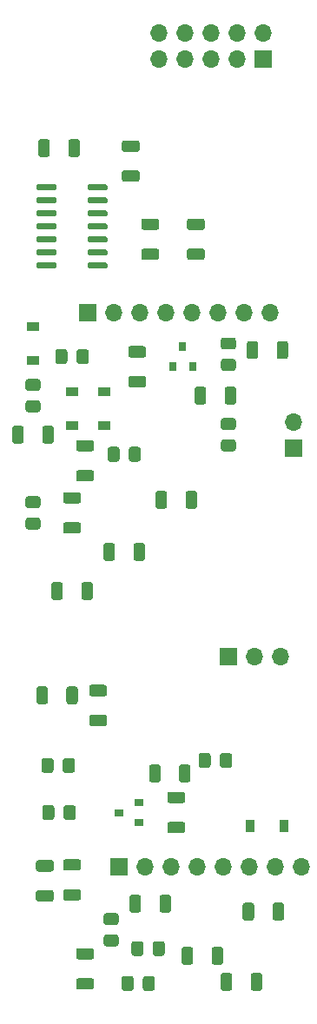
<source format=gbr>
%TF.GenerationSoftware,KiCad,Pcbnew,(5.1.9-0-10_14)*%
%TF.CreationDate,2021-04-20T22:51:25+02:00*%
%TF.ProjectId,tribus,74726962-7573-42e6-9b69-6361645f7063,rev?*%
%TF.SameCoordinates,Original*%
%TF.FileFunction,Soldermask,Top*%
%TF.FilePolarity,Negative*%
%FSLAX46Y46*%
G04 Gerber Fmt 4.6, Leading zero omitted, Abs format (unit mm)*
G04 Created by KiCad (PCBNEW (5.1.9-0-10_14)) date 2021-04-20 22:51:25*
%MOMM*%
%LPD*%
G01*
G04 APERTURE LIST*
%ADD10O,1.700000X1.700000*%
%ADD11R,1.700000X1.700000*%
%ADD12R,1.200000X0.900000*%
%ADD13R,0.900000X1.200000*%
%ADD14R,0.800000X0.900000*%
%ADD15R,0.900000X0.800000*%
G04 APERTURE END LIST*
D10*
%TO.C,J7*%
X28690000Y-84000000D03*
X26150000Y-84000000D03*
X23610000Y-84000000D03*
X21070000Y-84000000D03*
X18530000Y-84000000D03*
X15990000Y-84000000D03*
X13450000Y-84000000D03*
D11*
X10910000Y-84000000D03*
%TD*%
D10*
%TO.C,J4*%
X25690000Y-30000000D03*
X23150000Y-30000000D03*
X20610000Y-30000000D03*
X18070000Y-30000000D03*
X15530000Y-30000000D03*
X12990000Y-30000000D03*
X10450000Y-30000000D03*
D11*
X7910000Y-30000000D03*
%TD*%
%TO.C,C13*%
G36*
G01*
X3015000Y-39725000D02*
X2065000Y-39725000D01*
G75*
G02*
X1815000Y-39475000I0J250000D01*
G01*
X1815000Y-38800000D01*
G75*
G02*
X2065000Y-38550000I250000J0D01*
G01*
X3015000Y-38550000D01*
G75*
G02*
X3265000Y-38800000I0J-250000D01*
G01*
X3265000Y-39475000D01*
G75*
G02*
X3015000Y-39725000I-250000J0D01*
G01*
G37*
G36*
G01*
X3015000Y-37650000D02*
X2065000Y-37650000D01*
G75*
G02*
X1815000Y-37400000I0J250000D01*
G01*
X1815000Y-36725000D01*
G75*
G02*
X2065000Y-36475000I250000J0D01*
G01*
X3015000Y-36475000D01*
G75*
G02*
X3265000Y-36725000I0J-250000D01*
G01*
X3265000Y-37400000D01*
G75*
G02*
X3015000Y-37650000I-250000J0D01*
G01*
G37*
%TD*%
%TO.C,C17*%
G36*
G01*
X6800000Y-34765000D02*
X6800000Y-33815000D01*
G75*
G02*
X7050000Y-33565000I250000J0D01*
G01*
X7725000Y-33565000D01*
G75*
G02*
X7975000Y-33815000I0J-250000D01*
G01*
X7975000Y-34765000D01*
G75*
G02*
X7725000Y-35015000I-250000J0D01*
G01*
X7050000Y-35015000D01*
G75*
G02*
X6800000Y-34765000I0J250000D01*
G01*
G37*
G36*
G01*
X4725000Y-34765000D02*
X4725000Y-33815000D01*
G75*
G02*
X4975000Y-33565000I250000J0D01*
G01*
X5650000Y-33565000D01*
G75*
G02*
X5900000Y-33815000I0J-250000D01*
G01*
X5900000Y-34765000D01*
G75*
G02*
X5650000Y-35015000I-250000J0D01*
G01*
X4975000Y-35015000D01*
G75*
G02*
X4725000Y-34765000I0J250000D01*
G01*
G37*
%TD*%
%TO.C,C18*%
G36*
G01*
X13055000Y-43340000D02*
X13055000Y-44290000D01*
G75*
G02*
X12805000Y-44540000I-250000J0D01*
G01*
X12130000Y-44540000D01*
G75*
G02*
X11880000Y-44290000I0J250000D01*
G01*
X11880000Y-43340000D01*
G75*
G02*
X12130000Y-43090000I250000J0D01*
G01*
X12805000Y-43090000D01*
G75*
G02*
X13055000Y-43340000I0J-250000D01*
G01*
G37*
G36*
G01*
X10980000Y-43340000D02*
X10980000Y-44290000D01*
G75*
G02*
X10730000Y-44540000I-250000J0D01*
G01*
X10055000Y-44540000D01*
G75*
G02*
X9805000Y-44290000I0J250000D01*
G01*
X9805000Y-43340000D01*
G75*
G02*
X10055000Y-43090000I250000J0D01*
G01*
X10730000Y-43090000D01*
G75*
G02*
X10980000Y-43340000I0J-250000D01*
G01*
G37*
%TD*%
%TO.C,C19*%
G36*
G01*
X22065000Y-35682500D02*
X21115000Y-35682500D01*
G75*
G02*
X20865000Y-35432500I0J250000D01*
G01*
X20865000Y-34757500D01*
G75*
G02*
X21115000Y-34507500I250000J0D01*
G01*
X22065000Y-34507500D01*
G75*
G02*
X22315000Y-34757500I0J-250000D01*
G01*
X22315000Y-35432500D01*
G75*
G02*
X22065000Y-35682500I-250000J0D01*
G01*
G37*
G36*
G01*
X22065000Y-33607500D02*
X21115000Y-33607500D01*
G75*
G02*
X20865000Y-33357500I0J250000D01*
G01*
X20865000Y-32682500D01*
G75*
G02*
X21115000Y-32432500I250000J0D01*
G01*
X22065000Y-32432500D01*
G75*
G02*
X22315000Y-32682500I0J-250000D01*
G01*
X22315000Y-33357500D01*
G75*
G02*
X22065000Y-33607500I-250000J0D01*
G01*
G37*
%TD*%
%TO.C,C20*%
G36*
G01*
X22065000Y-41460000D02*
X21115000Y-41460000D01*
G75*
G02*
X20865000Y-41210000I0J250000D01*
G01*
X20865000Y-40535000D01*
G75*
G02*
X21115000Y-40285000I250000J0D01*
G01*
X22065000Y-40285000D01*
G75*
G02*
X22315000Y-40535000I0J-250000D01*
G01*
X22315000Y-41210000D01*
G75*
G02*
X22065000Y-41460000I-250000J0D01*
G01*
G37*
G36*
G01*
X22065000Y-43535000D02*
X21115000Y-43535000D01*
G75*
G02*
X20865000Y-43285000I0J250000D01*
G01*
X20865000Y-42610000D01*
G75*
G02*
X21115000Y-42360000I250000J0D01*
G01*
X22065000Y-42360000D01*
G75*
G02*
X22315000Y-42610000I0J-250000D01*
G01*
X22315000Y-43285000D01*
G75*
G02*
X22065000Y-43535000I-250000J0D01*
G01*
G37*
%TD*%
%TO.C,C22*%
G36*
G01*
X2065000Y-47905000D02*
X3015000Y-47905000D01*
G75*
G02*
X3265000Y-48155000I0J-250000D01*
G01*
X3265000Y-48830000D01*
G75*
G02*
X3015000Y-49080000I-250000J0D01*
G01*
X2065000Y-49080000D01*
G75*
G02*
X1815000Y-48830000I0J250000D01*
G01*
X1815000Y-48155000D01*
G75*
G02*
X2065000Y-47905000I250000J0D01*
G01*
G37*
G36*
G01*
X2065000Y-49980000D02*
X3015000Y-49980000D01*
G75*
G02*
X3265000Y-50230000I0J-250000D01*
G01*
X3265000Y-50905000D01*
G75*
G02*
X3015000Y-51155000I-250000J0D01*
G01*
X2065000Y-51155000D01*
G75*
G02*
X1815000Y-50905000I0J250000D01*
G01*
X1815000Y-50230000D01*
G75*
G02*
X2065000Y-49980000I250000J0D01*
G01*
G37*
%TD*%
%TO.C,C23*%
G36*
G01*
X20770000Y-74135000D02*
X20770000Y-73185000D01*
G75*
G02*
X21020000Y-72935000I250000J0D01*
G01*
X21695000Y-72935000D01*
G75*
G02*
X21945000Y-73185000I0J-250000D01*
G01*
X21945000Y-74135000D01*
G75*
G02*
X21695000Y-74385000I-250000J0D01*
G01*
X21020000Y-74385000D01*
G75*
G02*
X20770000Y-74135000I0J250000D01*
G01*
G37*
G36*
G01*
X18695000Y-74135000D02*
X18695000Y-73185000D01*
G75*
G02*
X18945000Y-72935000I250000J0D01*
G01*
X19620000Y-72935000D01*
G75*
G02*
X19870000Y-73185000I0J-250000D01*
G01*
X19870000Y-74135000D01*
G75*
G02*
X19620000Y-74385000I-250000J0D01*
G01*
X18945000Y-74385000D01*
G75*
G02*
X18695000Y-74135000I0J250000D01*
G01*
G37*
%TD*%
%TO.C,C25*%
G36*
G01*
X9685000Y-90620000D02*
X10635000Y-90620000D01*
G75*
G02*
X10885000Y-90870000I0J-250000D01*
G01*
X10885000Y-91545000D01*
G75*
G02*
X10635000Y-91795000I-250000J0D01*
G01*
X9685000Y-91795000D01*
G75*
G02*
X9435000Y-91545000I0J250000D01*
G01*
X9435000Y-90870000D01*
G75*
G02*
X9685000Y-90620000I250000J0D01*
G01*
G37*
G36*
G01*
X9685000Y-88545000D02*
X10635000Y-88545000D01*
G75*
G02*
X10885000Y-88795000I0J-250000D01*
G01*
X10885000Y-89470000D01*
G75*
G02*
X10635000Y-89720000I-250000J0D01*
G01*
X9685000Y-89720000D01*
G75*
G02*
X9435000Y-89470000I0J250000D01*
G01*
X9435000Y-88795000D01*
G75*
G02*
X9685000Y-88545000I250000J0D01*
G01*
G37*
%TD*%
%TO.C,C26*%
G36*
G01*
X14425000Y-94925000D02*
X14425000Y-95875000D01*
G75*
G02*
X14175000Y-96125000I-250000J0D01*
G01*
X13500000Y-96125000D01*
G75*
G02*
X13250000Y-95875000I0J250000D01*
G01*
X13250000Y-94925000D01*
G75*
G02*
X13500000Y-94675000I250000J0D01*
G01*
X14175000Y-94675000D01*
G75*
G02*
X14425000Y-94925000I0J-250000D01*
G01*
G37*
G36*
G01*
X12350000Y-94925000D02*
X12350000Y-95875000D01*
G75*
G02*
X12100000Y-96125000I-250000J0D01*
G01*
X11425000Y-96125000D01*
G75*
G02*
X11175000Y-95875000I0J250000D01*
G01*
X11175000Y-94925000D01*
G75*
G02*
X11425000Y-94675000I250000J0D01*
G01*
X12100000Y-94675000D01*
G75*
G02*
X12350000Y-94925000I0J-250000D01*
G01*
G37*
%TD*%
%TO.C,C28*%
G36*
G01*
X14212500Y-92475000D02*
X14212500Y-91525000D01*
G75*
G02*
X14462500Y-91275000I250000J0D01*
G01*
X15137500Y-91275000D01*
G75*
G02*
X15387500Y-91525000I0J-250000D01*
G01*
X15387500Y-92475000D01*
G75*
G02*
X15137500Y-92725000I-250000J0D01*
G01*
X14462500Y-92725000D01*
G75*
G02*
X14212500Y-92475000I0J250000D01*
G01*
G37*
G36*
G01*
X12137500Y-92475000D02*
X12137500Y-91525000D01*
G75*
G02*
X12387500Y-91275000I250000J0D01*
G01*
X13062500Y-91275000D01*
G75*
G02*
X13312500Y-91525000I0J-250000D01*
G01*
X13312500Y-92475000D01*
G75*
G02*
X13062500Y-92725000I-250000J0D01*
G01*
X12387500Y-92725000D01*
G75*
G02*
X12137500Y-92475000I0J250000D01*
G01*
G37*
%TD*%
%TO.C,C33*%
G36*
G01*
X5530000Y-79215000D02*
X5530000Y-78265000D01*
G75*
G02*
X5780000Y-78015000I250000J0D01*
G01*
X6455000Y-78015000D01*
G75*
G02*
X6705000Y-78265000I0J-250000D01*
G01*
X6705000Y-79215000D01*
G75*
G02*
X6455000Y-79465000I-250000J0D01*
G01*
X5780000Y-79465000D01*
G75*
G02*
X5530000Y-79215000I0J250000D01*
G01*
G37*
G36*
G01*
X3455000Y-79215000D02*
X3455000Y-78265000D01*
G75*
G02*
X3705000Y-78015000I250000J0D01*
G01*
X4380000Y-78015000D01*
G75*
G02*
X4630000Y-78265000I0J-250000D01*
G01*
X4630000Y-79215000D01*
G75*
G02*
X4380000Y-79465000I-250000J0D01*
G01*
X3705000Y-79465000D01*
G75*
G02*
X3455000Y-79215000I0J250000D01*
G01*
G37*
%TD*%
%TO.C,C37*%
G36*
G01*
X6625000Y-73685000D02*
X6625000Y-74635000D01*
G75*
G02*
X6375000Y-74885000I-250000J0D01*
G01*
X5700000Y-74885000D01*
G75*
G02*
X5450000Y-74635000I0J250000D01*
G01*
X5450000Y-73685000D01*
G75*
G02*
X5700000Y-73435000I250000J0D01*
G01*
X6375000Y-73435000D01*
G75*
G02*
X6625000Y-73685000I0J-250000D01*
G01*
G37*
G36*
G01*
X4550000Y-73685000D02*
X4550000Y-74635000D01*
G75*
G02*
X4300000Y-74885000I-250000J0D01*
G01*
X3625000Y-74885000D01*
G75*
G02*
X3375000Y-74635000I0J250000D01*
G01*
X3375000Y-73685000D01*
G75*
G02*
X3625000Y-73435000I250000J0D01*
G01*
X4300000Y-73435000D01*
G75*
G02*
X4550000Y-73685000I0J-250000D01*
G01*
G37*
%TD*%
D12*
%TO.C,D4*%
X6350000Y-41020000D03*
X6350000Y-37720000D03*
%TD*%
%TO.C,D5*%
X2540000Y-31370000D03*
X2540000Y-34670000D03*
%TD*%
%TO.C,D6*%
X9525000Y-37720000D03*
X9525000Y-41020000D03*
%TD*%
D13*
%TO.C,D9*%
X23750000Y-80010000D03*
X27050000Y-80010000D03*
%TD*%
D11*
%TO.C,J1*%
X25000000Y-5280000D03*
D10*
X25000000Y-2740000D03*
X22460000Y-5280000D03*
X22460000Y-2740000D03*
X19920000Y-5280000D03*
X19920000Y-2740000D03*
X17380000Y-5280000D03*
X17380000Y-2740000D03*
X14840000Y-5280000D03*
X14840000Y-2740000D03*
%TD*%
D11*
%TO.C,FILTER_Q*%
X27940000Y-43180000D03*
D10*
X27940000Y-40640000D03*
%TD*%
D11*
%TO.C,NOISE_TYPE*%
X21590000Y-63500000D03*
D10*
X24130000Y-63500000D03*
X26670000Y-63500000D03*
%TD*%
D14*
%TO.C,Q3*%
X17145000Y-33290000D03*
X18095000Y-35290000D03*
X16195000Y-35290000D03*
%TD*%
D15*
%TO.C,Q4*%
X12900000Y-79690000D03*
X12900000Y-77790000D03*
X10900000Y-78740000D03*
%TD*%
%TO.C,U3*%
G36*
G01*
X9800000Y-25250000D02*
X9800000Y-25550000D01*
G75*
G02*
X9650000Y-25700000I-150000J0D01*
G01*
X8000000Y-25700000D01*
G75*
G02*
X7850000Y-25550000I0J150000D01*
G01*
X7850000Y-25250000D01*
G75*
G02*
X8000000Y-25100000I150000J0D01*
G01*
X9650000Y-25100000D01*
G75*
G02*
X9800000Y-25250000I0J-150000D01*
G01*
G37*
G36*
G01*
X9800000Y-23980000D02*
X9800000Y-24280000D01*
G75*
G02*
X9650000Y-24430000I-150000J0D01*
G01*
X8000000Y-24430000D01*
G75*
G02*
X7850000Y-24280000I0J150000D01*
G01*
X7850000Y-23980000D01*
G75*
G02*
X8000000Y-23830000I150000J0D01*
G01*
X9650000Y-23830000D01*
G75*
G02*
X9800000Y-23980000I0J-150000D01*
G01*
G37*
G36*
G01*
X9800000Y-22710000D02*
X9800000Y-23010000D01*
G75*
G02*
X9650000Y-23160000I-150000J0D01*
G01*
X8000000Y-23160000D01*
G75*
G02*
X7850000Y-23010000I0J150000D01*
G01*
X7850000Y-22710000D01*
G75*
G02*
X8000000Y-22560000I150000J0D01*
G01*
X9650000Y-22560000D01*
G75*
G02*
X9800000Y-22710000I0J-150000D01*
G01*
G37*
G36*
G01*
X9800000Y-21440000D02*
X9800000Y-21740000D01*
G75*
G02*
X9650000Y-21890000I-150000J0D01*
G01*
X8000000Y-21890000D01*
G75*
G02*
X7850000Y-21740000I0J150000D01*
G01*
X7850000Y-21440000D01*
G75*
G02*
X8000000Y-21290000I150000J0D01*
G01*
X9650000Y-21290000D01*
G75*
G02*
X9800000Y-21440000I0J-150000D01*
G01*
G37*
G36*
G01*
X9800000Y-20170000D02*
X9800000Y-20470000D01*
G75*
G02*
X9650000Y-20620000I-150000J0D01*
G01*
X8000000Y-20620000D01*
G75*
G02*
X7850000Y-20470000I0J150000D01*
G01*
X7850000Y-20170000D01*
G75*
G02*
X8000000Y-20020000I150000J0D01*
G01*
X9650000Y-20020000D01*
G75*
G02*
X9800000Y-20170000I0J-150000D01*
G01*
G37*
G36*
G01*
X9800000Y-18900000D02*
X9800000Y-19200000D01*
G75*
G02*
X9650000Y-19350000I-150000J0D01*
G01*
X8000000Y-19350000D01*
G75*
G02*
X7850000Y-19200000I0J150000D01*
G01*
X7850000Y-18900000D01*
G75*
G02*
X8000000Y-18750000I150000J0D01*
G01*
X9650000Y-18750000D01*
G75*
G02*
X9800000Y-18900000I0J-150000D01*
G01*
G37*
G36*
G01*
X9800000Y-17630000D02*
X9800000Y-17930000D01*
G75*
G02*
X9650000Y-18080000I-150000J0D01*
G01*
X8000000Y-18080000D01*
G75*
G02*
X7850000Y-17930000I0J150000D01*
G01*
X7850000Y-17630000D01*
G75*
G02*
X8000000Y-17480000I150000J0D01*
G01*
X9650000Y-17480000D01*
G75*
G02*
X9800000Y-17630000I0J-150000D01*
G01*
G37*
G36*
G01*
X4850000Y-17630000D02*
X4850000Y-17930000D01*
G75*
G02*
X4700000Y-18080000I-150000J0D01*
G01*
X3050000Y-18080000D01*
G75*
G02*
X2900000Y-17930000I0J150000D01*
G01*
X2900000Y-17630000D01*
G75*
G02*
X3050000Y-17480000I150000J0D01*
G01*
X4700000Y-17480000D01*
G75*
G02*
X4850000Y-17630000I0J-150000D01*
G01*
G37*
G36*
G01*
X4850000Y-18900000D02*
X4850000Y-19200000D01*
G75*
G02*
X4700000Y-19350000I-150000J0D01*
G01*
X3050000Y-19350000D01*
G75*
G02*
X2900000Y-19200000I0J150000D01*
G01*
X2900000Y-18900000D01*
G75*
G02*
X3050000Y-18750000I150000J0D01*
G01*
X4700000Y-18750000D01*
G75*
G02*
X4850000Y-18900000I0J-150000D01*
G01*
G37*
G36*
G01*
X4850000Y-20170000D02*
X4850000Y-20470000D01*
G75*
G02*
X4700000Y-20620000I-150000J0D01*
G01*
X3050000Y-20620000D01*
G75*
G02*
X2900000Y-20470000I0J150000D01*
G01*
X2900000Y-20170000D01*
G75*
G02*
X3050000Y-20020000I150000J0D01*
G01*
X4700000Y-20020000D01*
G75*
G02*
X4850000Y-20170000I0J-150000D01*
G01*
G37*
G36*
G01*
X4850000Y-21440000D02*
X4850000Y-21740000D01*
G75*
G02*
X4700000Y-21890000I-150000J0D01*
G01*
X3050000Y-21890000D01*
G75*
G02*
X2900000Y-21740000I0J150000D01*
G01*
X2900000Y-21440000D01*
G75*
G02*
X3050000Y-21290000I150000J0D01*
G01*
X4700000Y-21290000D01*
G75*
G02*
X4850000Y-21440000I0J-150000D01*
G01*
G37*
G36*
G01*
X4850000Y-22710000D02*
X4850000Y-23010000D01*
G75*
G02*
X4700000Y-23160000I-150000J0D01*
G01*
X3050000Y-23160000D01*
G75*
G02*
X2900000Y-23010000I0J150000D01*
G01*
X2900000Y-22710000D01*
G75*
G02*
X3050000Y-22560000I150000J0D01*
G01*
X4700000Y-22560000D01*
G75*
G02*
X4850000Y-22710000I0J-150000D01*
G01*
G37*
G36*
G01*
X4850000Y-23980000D02*
X4850000Y-24280000D01*
G75*
G02*
X4700000Y-24430000I-150000J0D01*
G01*
X3050000Y-24430000D01*
G75*
G02*
X2900000Y-24280000I0J150000D01*
G01*
X2900000Y-23980000D01*
G75*
G02*
X3050000Y-23830000I150000J0D01*
G01*
X4700000Y-23830000D01*
G75*
G02*
X4850000Y-23980000I0J-150000D01*
G01*
G37*
G36*
G01*
X4850000Y-25250000D02*
X4850000Y-25550000D01*
G75*
G02*
X4700000Y-25700000I-150000J0D01*
G01*
X3050000Y-25700000D01*
G75*
G02*
X2900000Y-25550000I0J150000D01*
G01*
X2900000Y-25250000D01*
G75*
G02*
X3050000Y-25100000I150000J0D01*
G01*
X4700000Y-25100000D01*
G75*
G02*
X4850000Y-25250000I0J-150000D01*
G01*
G37*
%TD*%
%TO.C,R4*%
G36*
G01*
X13344997Y-23760000D02*
X14595003Y-23760000D01*
G75*
G02*
X14845000Y-24009997I0J-249997D01*
G01*
X14845000Y-24635003D01*
G75*
G02*
X14595003Y-24885000I-249997J0D01*
G01*
X13344997Y-24885000D01*
G75*
G02*
X13095000Y-24635003I0J249997D01*
G01*
X13095000Y-24009997D01*
G75*
G02*
X13344997Y-23760000I249997J0D01*
G01*
G37*
G36*
G01*
X13344997Y-20835000D02*
X14595003Y-20835000D01*
G75*
G02*
X14845000Y-21084997I0J-249997D01*
G01*
X14845000Y-21710003D01*
G75*
G02*
X14595003Y-21960000I-249997J0D01*
G01*
X13344997Y-21960000D01*
G75*
G02*
X13095000Y-21710003I0J249997D01*
G01*
X13095000Y-21084997D01*
G75*
G02*
X13344997Y-20835000I249997J0D01*
G01*
G37*
%TD*%
%TO.C,R6*%
G36*
G01*
X19040003Y-24885000D02*
X17789997Y-24885000D01*
G75*
G02*
X17540000Y-24635003I0J249997D01*
G01*
X17540000Y-24009997D01*
G75*
G02*
X17789997Y-23760000I249997J0D01*
G01*
X19040003Y-23760000D01*
G75*
G02*
X19290000Y-24009997I0J-249997D01*
G01*
X19290000Y-24635003D01*
G75*
G02*
X19040003Y-24885000I-249997J0D01*
G01*
G37*
G36*
G01*
X19040003Y-21960000D02*
X17789997Y-21960000D01*
G75*
G02*
X17540000Y-21710003I0J249997D01*
G01*
X17540000Y-21084997D01*
G75*
G02*
X17789997Y-20835000I249997J0D01*
G01*
X19040003Y-20835000D01*
G75*
G02*
X19290000Y-21084997I0J-249997D01*
G01*
X19290000Y-21710003D01*
G75*
G02*
X19040003Y-21960000I-249997J0D01*
G01*
G37*
%TD*%
%TO.C,R10*%
G36*
G01*
X1640000Y-41284997D02*
X1640000Y-42535003D01*
G75*
G02*
X1390003Y-42785000I-249997J0D01*
G01*
X764997Y-42785000D01*
G75*
G02*
X515000Y-42535003I0J249997D01*
G01*
X515000Y-41284997D01*
G75*
G02*
X764997Y-41035000I249997J0D01*
G01*
X1390003Y-41035000D01*
G75*
G02*
X1640000Y-41284997I0J-249997D01*
G01*
G37*
G36*
G01*
X4565000Y-41284997D02*
X4565000Y-42535003D01*
G75*
G02*
X4315003Y-42785000I-249997J0D01*
G01*
X3689997Y-42785000D01*
G75*
G02*
X3440000Y-42535003I0J249997D01*
G01*
X3440000Y-41284997D01*
G75*
G02*
X3689997Y-41035000I249997J0D01*
G01*
X4315003Y-41035000D01*
G75*
G02*
X4565000Y-41284997I0J-249997D01*
G01*
G37*
%TD*%
%TO.C,R12*%
G36*
G01*
X8245003Y-43550000D02*
X6994997Y-43550000D01*
G75*
G02*
X6745000Y-43300003I0J249997D01*
G01*
X6745000Y-42674997D01*
G75*
G02*
X6994997Y-42425000I249997J0D01*
G01*
X8245003Y-42425000D01*
G75*
G02*
X8495000Y-42674997I0J-249997D01*
G01*
X8495000Y-43300003D01*
G75*
G02*
X8245003Y-43550000I-249997J0D01*
G01*
G37*
G36*
G01*
X8245003Y-46475000D02*
X6994997Y-46475000D01*
G75*
G02*
X6745000Y-46225003I0J249997D01*
G01*
X6745000Y-45599997D01*
G75*
G02*
X6994997Y-45350000I249997J0D01*
G01*
X8245003Y-45350000D01*
G75*
G02*
X8495000Y-45599997I0J-249997D01*
G01*
X8495000Y-46225003D01*
G75*
G02*
X8245003Y-46475000I-249997J0D01*
G01*
G37*
%TD*%
%TO.C,R14*%
G36*
G01*
X12074997Y-36190000D02*
X13325003Y-36190000D01*
G75*
G02*
X13575000Y-36439997I0J-249997D01*
G01*
X13575000Y-37065003D01*
G75*
G02*
X13325003Y-37315000I-249997J0D01*
G01*
X12074997Y-37315000D01*
G75*
G02*
X11825000Y-37065003I0J249997D01*
G01*
X11825000Y-36439997D01*
G75*
G02*
X12074997Y-36190000I249997J0D01*
G01*
G37*
G36*
G01*
X12074997Y-33265000D02*
X13325003Y-33265000D01*
G75*
G02*
X13575000Y-33514997I0J-249997D01*
G01*
X13575000Y-34140003D01*
G75*
G02*
X13325003Y-34390000I-249997J0D01*
G01*
X12074997Y-34390000D01*
G75*
G02*
X11825000Y-34140003I0J249997D01*
G01*
X11825000Y-33514997D01*
G75*
G02*
X12074997Y-33265000I249997J0D01*
G01*
G37*
%TD*%
%TO.C,R18*%
G36*
G01*
X23375000Y-34280003D02*
X23375000Y-33029997D01*
G75*
G02*
X23624997Y-32780000I249997J0D01*
G01*
X24250003Y-32780000D01*
G75*
G02*
X24500000Y-33029997I0J-249997D01*
G01*
X24500000Y-34280003D01*
G75*
G02*
X24250003Y-34530000I-249997J0D01*
G01*
X23624997Y-34530000D01*
G75*
G02*
X23375000Y-34280003I0J249997D01*
G01*
G37*
G36*
G01*
X26300000Y-34280003D02*
X26300000Y-33029997D01*
G75*
G02*
X26549997Y-32780000I249997J0D01*
G01*
X27175003Y-32780000D01*
G75*
G02*
X27425000Y-33029997I0J-249997D01*
G01*
X27425000Y-34280003D01*
G75*
G02*
X27175003Y-34530000I-249997J0D01*
G01*
X26549997Y-34530000D01*
G75*
G02*
X26300000Y-34280003I0J249997D01*
G01*
G37*
%TD*%
%TO.C,R19*%
G36*
G01*
X21220000Y-38725003D02*
X21220000Y-37474997D01*
G75*
G02*
X21469997Y-37225000I249997J0D01*
G01*
X22095003Y-37225000D01*
G75*
G02*
X22345000Y-37474997I0J-249997D01*
G01*
X22345000Y-38725003D01*
G75*
G02*
X22095003Y-38975000I-249997J0D01*
G01*
X21469997Y-38975000D01*
G75*
G02*
X21220000Y-38725003I0J249997D01*
G01*
G37*
G36*
G01*
X18295000Y-38725003D02*
X18295000Y-37474997D01*
G75*
G02*
X18544997Y-37225000I249997J0D01*
G01*
X19170003Y-37225000D01*
G75*
G02*
X19420000Y-37474997I0J-249997D01*
G01*
X19420000Y-38725003D01*
G75*
G02*
X19170003Y-38975000I-249997J0D01*
G01*
X18544997Y-38975000D01*
G75*
G02*
X18295000Y-38725003I0J249997D01*
G01*
G37*
%TD*%
%TO.C,R21*%
G36*
G01*
X9405000Y-53965003D02*
X9405000Y-52714997D01*
G75*
G02*
X9654997Y-52465000I249997J0D01*
G01*
X10280003Y-52465000D01*
G75*
G02*
X10530000Y-52714997I0J-249997D01*
G01*
X10530000Y-53965003D01*
G75*
G02*
X10280003Y-54215000I-249997J0D01*
G01*
X9654997Y-54215000D01*
G75*
G02*
X9405000Y-53965003I0J249997D01*
G01*
G37*
G36*
G01*
X12330000Y-53965003D02*
X12330000Y-52714997D01*
G75*
G02*
X12579997Y-52465000I249997J0D01*
G01*
X13205003Y-52465000D01*
G75*
G02*
X13455000Y-52714997I0J-249997D01*
G01*
X13455000Y-53965003D01*
G75*
G02*
X13205003Y-54215000I-249997J0D01*
G01*
X12579997Y-54215000D01*
G75*
G02*
X12330000Y-53965003I0J249997D01*
G01*
G37*
%TD*%
%TO.C,R22*%
G36*
G01*
X4325000Y-57775003D02*
X4325000Y-56524997D01*
G75*
G02*
X4574997Y-56275000I249997J0D01*
G01*
X5200003Y-56275000D01*
G75*
G02*
X5450000Y-56524997I0J-249997D01*
G01*
X5450000Y-57775003D01*
G75*
G02*
X5200003Y-58025000I-249997J0D01*
G01*
X4574997Y-58025000D01*
G75*
G02*
X4325000Y-57775003I0J249997D01*
G01*
G37*
G36*
G01*
X7250000Y-57775003D02*
X7250000Y-56524997D01*
G75*
G02*
X7499997Y-56275000I249997J0D01*
G01*
X8125003Y-56275000D01*
G75*
G02*
X8375000Y-56524997I0J-249997D01*
G01*
X8375000Y-57775003D01*
G75*
G02*
X8125003Y-58025000I-249997J0D01*
G01*
X7499997Y-58025000D01*
G75*
G02*
X7250000Y-57775003I0J249997D01*
G01*
G37*
%TD*%
%TO.C,R23*%
G36*
G01*
X5724997Y-50430000D02*
X6975003Y-50430000D01*
G75*
G02*
X7225000Y-50679997I0J-249997D01*
G01*
X7225000Y-51305003D01*
G75*
G02*
X6975003Y-51555000I-249997J0D01*
G01*
X5724997Y-51555000D01*
G75*
G02*
X5475000Y-51305003I0J249997D01*
G01*
X5475000Y-50679997D01*
G75*
G02*
X5724997Y-50430000I249997J0D01*
G01*
G37*
G36*
G01*
X5724997Y-47505000D02*
X6975003Y-47505000D01*
G75*
G02*
X7225000Y-47754997I0J-249997D01*
G01*
X7225000Y-48380003D01*
G75*
G02*
X6975003Y-48630000I-249997J0D01*
G01*
X5724997Y-48630000D01*
G75*
G02*
X5475000Y-48380003I0J249997D01*
G01*
X5475000Y-47754997D01*
G75*
G02*
X5724997Y-47505000I249997J0D01*
G01*
G37*
%TD*%
%TO.C,R24*%
G36*
G01*
X18535000Y-47634997D02*
X18535000Y-48885003D01*
G75*
G02*
X18285003Y-49135000I-249997J0D01*
G01*
X17659997Y-49135000D01*
G75*
G02*
X17410000Y-48885003I0J249997D01*
G01*
X17410000Y-47634997D01*
G75*
G02*
X17659997Y-47385000I249997J0D01*
G01*
X18285003Y-47385000D01*
G75*
G02*
X18535000Y-47634997I0J-249997D01*
G01*
G37*
G36*
G01*
X15610000Y-47634997D02*
X15610000Y-48885003D01*
G75*
G02*
X15360003Y-49135000I-249997J0D01*
G01*
X14734997Y-49135000D01*
G75*
G02*
X14485000Y-48885003I0J249997D01*
G01*
X14485000Y-47634997D01*
G75*
G02*
X14734997Y-47385000I249997J0D01*
G01*
X15360003Y-47385000D01*
G75*
G02*
X15610000Y-47634997I0J-249997D01*
G01*
G37*
%TD*%
%TO.C,R25*%
G36*
G01*
X7105000Y-13344997D02*
X7105000Y-14595003D01*
G75*
G02*
X6855003Y-14845000I-249997J0D01*
G01*
X6229997Y-14845000D01*
G75*
G02*
X5980000Y-14595003I0J249997D01*
G01*
X5980000Y-13344997D01*
G75*
G02*
X6229997Y-13095000I249997J0D01*
G01*
X6855003Y-13095000D01*
G75*
G02*
X7105000Y-13344997I0J-249997D01*
G01*
G37*
G36*
G01*
X4180000Y-13344997D02*
X4180000Y-14595003D01*
G75*
G02*
X3930003Y-14845000I-249997J0D01*
G01*
X3304997Y-14845000D01*
G75*
G02*
X3055000Y-14595003I0J249997D01*
G01*
X3055000Y-13344997D01*
G75*
G02*
X3304997Y-13095000I249997J0D01*
G01*
X3930003Y-13095000D01*
G75*
G02*
X4180000Y-13344997I0J-249997D01*
G01*
G37*
%TD*%
%TO.C,R28*%
G36*
G01*
X12690003Y-17265000D02*
X11439997Y-17265000D01*
G75*
G02*
X11190000Y-17015003I0J249997D01*
G01*
X11190000Y-16389997D01*
G75*
G02*
X11439997Y-16140000I249997J0D01*
G01*
X12690003Y-16140000D01*
G75*
G02*
X12940000Y-16389997I0J-249997D01*
G01*
X12940000Y-17015003D01*
G75*
G02*
X12690003Y-17265000I-249997J0D01*
G01*
G37*
G36*
G01*
X12690003Y-14340000D02*
X11439997Y-14340000D01*
G75*
G02*
X11190000Y-14090003I0J249997D01*
G01*
X11190000Y-13464997D01*
G75*
G02*
X11439997Y-13215000I249997J0D01*
G01*
X12690003Y-13215000D01*
G75*
G02*
X12940000Y-13464997I0J-249997D01*
G01*
X12940000Y-14090003D01*
G75*
G02*
X12690003Y-14340000I-249997J0D01*
G01*
G37*
%TD*%
%TO.C,R31*%
G36*
G01*
X17135003Y-77840000D02*
X15884997Y-77840000D01*
G75*
G02*
X15635000Y-77590003I0J249997D01*
G01*
X15635000Y-76964997D01*
G75*
G02*
X15884997Y-76715000I249997J0D01*
G01*
X17135003Y-76715000D01*
G75*
G02*
X17385000Y-76964997I0J-249997D01*
G01*
X17385000Y-77590003D01*
G75*
G02*
X17135003Y-77840000I-249997J0D01*
G01*
G37*
G36*
G01*
X17135003Y-80765000D02*
X15884997Y-80765000D01*
G75*
G02*
X15635000Y-80515003I0J249997D01*
G01*
X15635000Y-79889997D01*
G75*
G02*
X15884997Y-79640000I249997J0D01*
G01*
X17135003Y-79640000D01*
G75*
G02*
X17385000Y-79889997I0J-249997D01*
G01*
X17385000Y-80515003D01*
G75*
G02*
X17135003Y-80765000I-249997J0D01*
G01*
G37*
%TD*%
%TO.C,R33*%
G36*
G01*
X18150000Y-92084997D02*
X18150000Y-93335003D01*
G75*
G02*
X17900003Y-93585000I-249997J0D01*
G01*
X17274997Y-93585000D01*
G75*
G02*
X17025000Y-93335003I0J249997D01*
G01*
X17025000Y-92084997D01*
G75*
G02*
X17274997Y-91835000I249997J0D01*
G01*
X17900003Y-91835000D01*
G75*
G02*
X18150000Y-92084997I0J-249997D01*
G01*
G37*
G36*
G01*
X21075000Y-92084997D02*
X21075000Y-93335003D01*
G75*
G02*
X20825003Y-93585000I-249997J0D01*
G01*
X20199997Y-93585000D01*
G75*
G02*
X19950000Y-93335003I0J249997D01*
G01*
X19950000Y-92084997D01*
G75*
G02*
X20199997Y-91835000I249997J0D01*
G01*
X20825003Y-91835000D01*
G75*
G02*
X21075000Y-92084997I0J-249997D01*
G01*
G37*
%TD*%
%TO.C,R34*%
G36*
G01*
X6994997Y-91955000D02*
X8245003Y-91955000D01*
G75*
G02*
X8495000Y-92204997I0J-249997D01*
G01*
X8495000Y-92830003D01*
G75*
G02*
X8245003Y-93080000I-249997J0D01*
G01*
X6994997Y-93080000D01*
G75*
G02*
X6745000Y-92830003I0J249997D01*
G01*
X6745000Y-92204997D01*
G75*
G02*
X6994997Y-91955000I249997J0D01*
G01*
G37*
G36*
G01*
X6994997Y-94880000D02*
X8245003Y-94880000D01*
G75*
G02*
X8495000Y-95129997I0J-249997D01*
G01*
X8495000Y-95755003D01*
G75*
G02*
X8245003Y-96005000I-249997J0D01*
G01*
X6994997Y-96005000D01*
G75*
G02*
X6745000Y-95755003I0J249997D01*
G01*
X6745000Y-95129997D01*
G75*
G02*
X6994997Y-94880000I249997J0D01*
G01*
G37*
%TD*%
%TO.C,R36*%
G36*
G01*
X21960000Y-94624997D02*
X21960000Y-95875003D01*
G75*
G02*
X21710003Y-96125000I-249997J0D01*
G01*
X21084997Y-96125000D01*
G75*
G02*
X20835000Y-95875003I0J249997D01*
G01*
X20835000Y-94624997D01*
G75*
G02*
X21084997Y-94375000I249997J0D01*
G01*
X21710003Y-94375000D01*
G75*
G02*
X21960000Y-94624997I0J-249997D01*
G01*
G37*
G36*
G01*
X24885000Y-94624997D02*
X24885000Y-95875003D01*
G75*
G02*
X24635003Y-96125000I-249997J0D01*
G01*
X24009997Y-96125000D01*
G75*
G02*
X23760000Y-95875003I0J249997D01*
G01*
X23760000Y-94624997D01*
G75*
G02*
X24009997Y-94375000I249997J0D01*
G01*
X24635003Y-94375000D01*
G75*
G02*
X24885000Y-94624997I0J-249997D01*
G01*
G37*
%TD*%
%TO.C,R40*%
G36*
G01*
X15995000Y-87004997D02*
X15995000Y-88255003D01*
G75*
G02*
X15745003Y-88505000I-249997J0D01*
G01*
X15119997Y-88505000D01*
G75*
G02*
X14870000Y-88255003I0J249997D01*
G01*
X14870000Y-87004997D01*
G75*
G02*
X15119997Y-86755000I249997J0D01*
G01*
X15745003Y-86755000D01*
G75*
G02*
X15995000Y-87004997I0J-249997D01*
G01*
G37*
G36*
G01*
X13070000Y-87004997D02*
X13070000Y-88255003D01*
G75*
G02*
X12820003Y-88505000I-249997J0D01*
G01*
X12194997Y-88505000D01*
G75*
G02*
X11945000Y-88255003I0J249997D01*
G01*
X11945000Y-87004997D01*
G75*
G02*
X12194997Y-86755000I249997J0D01*
G01*
X12820003Y-86755000D01*
G75*
G02*
X13070000Y-87004997I0J-249997D01*
G01*
G37*
%TD*%
%TO.C,R43*%
G36*
G01*
X22975000Y-89025003D02*
X22975000Y-87774997D01*
G75*
G02*
X23224997Y-87525000I249997J0D01*
G01*
X23850003Y-87525000D01*
G75*
G02*
X24100000Y-87774997I0J-249997D01*
G01*
X24100000Y-89025003D01*
G75*
G02*
X23850003Y-89275000I-249997J0D01*
G01*
X23224997Y-89275000D01*
G75*
G02*
X22975000Y-89025003I0J249997D01*
G01*
G37*
G36*
G01*
X25900000Y-89025003D02*
X25900000Y-87774997D01*
G75*
G02*
X26149997Y-87525000I249997J0D01*
G01*
X26775003Y-87525000D01*
G75*
G02*
X27025000Y-87774997I0J-249997D01*
G01*
X27025000Y-89025003D01*
G75*
G02*
X26775003Y-89275000I-249997J0D01*
G01*
X26149997Y-89275000D01*
G75*
G02*
X25900000Y-89025003I0J249997D01*
G01*
G37*
%TD*%
%TO.C,R44*%
G36*
G01*
X14975000Y-74304997D02*
X14975000Y-75555003D01*
G75*
G02*
X14725003Y-75805000I-249997J0D01*
G01*
X14099997Y-75805000D01*
G75*
G02*
X13850000Y-75555003I0J249997D01*
G01*
X13850000Y-74304997D01*
G75*
G02*
X14099997Y-74055000I249997J0D01*
G01*
X14725003Y-74055000D01*
G75*
G02*
X14975000Y-74304997I0J-249997D01*
G01*
G37*
G36*
G01*
X17900000Y-74304997D02*
X17900000Y-75555003D01*
G75*
G02*
X17650003Y-75805000I-249997J0D01*
G01*
X17024997Y-75805000D01*
G75*
G02*
X16775000Y-75555003I0J249997D01*
G01*
X16775000Y-74304997D01*
G75*
G02*
X17024997Y-74055000I249997J0D01*
G01*
X17650003Y-74055000D01*
G75*
G02*
X17900000Y-74304997I0J-249997D01*
G01*
G37*
%TD*%
%TO.C,R48*%
G36*
G01*
X6975003Y-84400000D02*
X5724997Y-84400000D01*
G75*
G02*
X5475000Y-84150003I0J249997D01*
G01*
X5475000Y-83524997D01*
G75*
G02*
X5724997Y-83275000I249997J0D01*
G01*
X6975003Y-83275000D01*
G75*
G02*
X7225000Y-83524997I0J-249997D01*
G01*
X7225000Y-84150003D01*
G75*
G02*
X6975003Y-84400000I-249997J0D01*
G01*
G37*
G36*
G01*
X6975003Y-87325000D02*
X5724997Y-87325000D01*
G75*
G02*
X5475000Y-87075003I0J249997D01*
G01*
X5475000Y-86449997D01*
G75*
G02*
X5724997Y-86200000I249997J0D01*
G01*
X6975003Y-86200000D01*
G75*
G02*
X7225000Y-86449997I0J-249997D01*
G01*
X7225000Y-87075003D01*
G75*
G02*
X6975003Y-87325000I-249997J0D01*
G01*
G37*
%TD*%
%TO.C,R51*%
G36*
G01*
X3074997Y-86300000D02*
X4325003Y-86300000D01*
G75*
G02*
X4575000Y-86549997I0J-249997D01*
G01*
X4575000Y-87175003D01*
G75*
G02*
X4325003Y-87425000I-249997J0D01*
G01*
X3074997Y-87425000D01*
G75*
G02*
X2825000Y-87175003I0J249997D01*
G01*
X2825000Y-86549997D01*
G75*
G02*
X3074997Y-86300000I249997J0D01*
G01*
G37*
G36*
G01*
X3074997Y-83375000D02*
X4325003Y-83375000D01*
G75*
G02*
X4575000Y-83624997I0J-249997D01*
G01*
X4575000Y-84250003D01*
G75*
G02*
X4325003Y-84500000I-249997J0D01*
G01*
X3074997Y-84500000D01*
G75*
G02*
X2825000Y-84250003I0J249997D01*
G01*
X2825000Y-83624997D01*
G75*
G02*
X3074997Y-83375000I249997J0D01*
G01*
G37*
%TD*%
%TO.C,R55*%
G36*
G01*
X6925000Y-66684997D02*
X6925000Y-67935003D01*
G75*
G02*
X6675003Y-68185000I-249997J0D01*
G01*
X6049997Y-68185000D01*
G75*
G02*
X5800000Y-67935003I0J249997D01*
G01*
X5800000Y-66684997D01*
G75*
G02*
X6049997Y-66435000I249997J0D01*
G01*
X6675003Y-66435000D01*
G75*
G02*
X6925000Y-66684997I0J-249997D01*
G01*
G37*
G36*
G01*
X4000000Y-66684997D02*
X4000000Y-67935003D01*
G75*
G02*
X3750003Y-68185000I-249997J0D01*
G01*
X3124997Y-68185000D01*
G75*
G02*
X2875000Y-67935003I0J249997D01*
G01*
X2875000Y-66684997D01*
G75*
G02*
X3124997Y-66435000I249997J0D01*
G01*
X3750003Y-66435000D01*
G75*
G02*
X4000000Y-66684997I0J-249997D01*
G01*
G37*
%TD*%
%TO.C,R58*%
G36*
G01*
X9515003Y-67410000D02*
X8264997Y-67410000D01*
G75*
G02*
X8015000Y-67160003I0J249997D01*
G01*
X8015000Y-66534997D01*
G75*
G02*
X8264997Y-66285000I249997J0D01*
G01*
X9515003Y-66285000D01*
G75*
G02*
X9765000Y-66534997I0J-249997D01*
G01*
X9765000Y-67160003D01*
G75*
G02*
X9515003Y-67410000I-249997J0D01*
G01*
G37*
G36*
G01*
X9515003Y-70335000D02*
X8264997Y-70335000D01*
G75*
G02*
X8015000Y-70085003I0J249997D01*
G01*
X8015000Y-69459997D01*
G75*
G02*
X8264997Y-69210000I249997J0D01*
G01*
X9515003Y-69210000D01*
G75*
G02*
X9765000Y-69459997I0J-249997D01*
G01*
X9765000Y-70085003D01*
G75*
G02*
X9515003Y-70335000I-249997J0D01*
G01*
G37*
%TD*%
M02*

</source>
